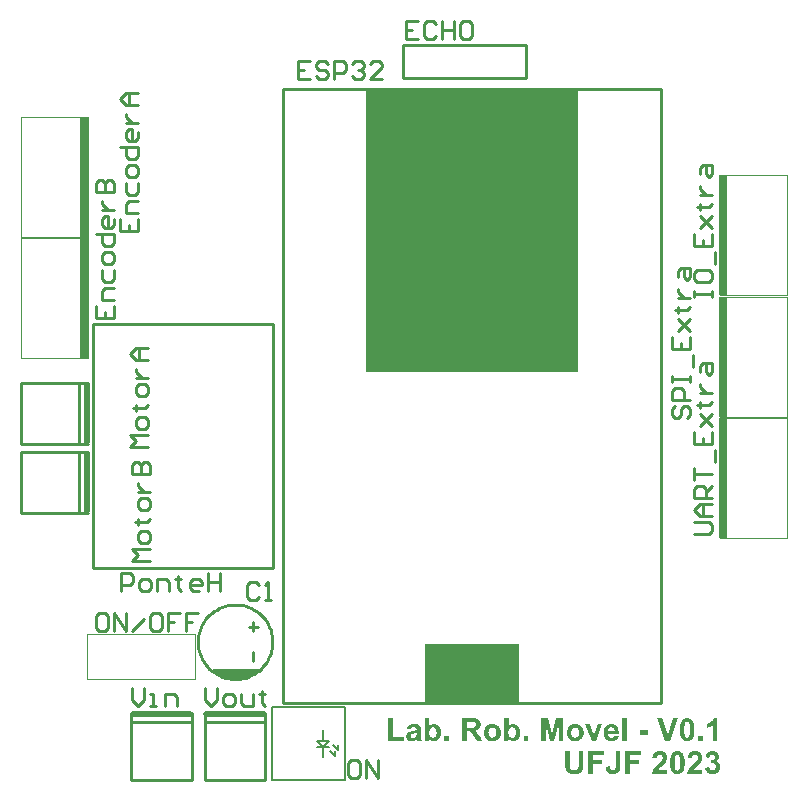
<source format=gto>
G04*
G04 #@! TF.GenerationSoftware,Altium Limited,Altium Designer,18.1.1 (9)*
G04*
G04 Layer_Color=65535*
%FSLAX44Y44*%
%MOMM*%
G71*
G01*
G75*
%ADD10C,0.2540*%
%ADD11C,0.1000*%
%ADD12C,0.2000*%
%ADD13C,0.5000*%
%ADD14R,8.0000X5.0000*%
%ADD15R,18.0000X24.0000*%
%ADD16R,0.6350X10.1600*%
G36*
X508874Y13379D02*
Y13349D01*
Y13261D01*
Y13144D01*
Y12998D01*
Y12793D01*
X508845Y12559D01*
X508816Y12032D01*
X508757Y11416D01*
X508699Y10802D01*
X508582Y10216D01*
X508435Y9689D01*
Y9659D01*
X508406Y9630D01*
X508377Y9542D01*
X508318Y9425D01*
X508172Y9103D01*
X507966Y8722D01*
X507703Y8312D01*
X507322Y7844D01*
X506912Y7404D01*
X506385Y6994D01*
X506356D01*
X506326Y6965D01*
X506239Y6906D01*
X506121Y6848D01*
X505975Y6760D01*
X505799Y6672D01*
X505594Y6584D01*
X505360Y6496D01*
X504804Y6321D01*
X504130Y6145D01*
X503368Y6028D01*
X502490Y5999D01*
X502226D01*
X502021Y6028D01*
X501787Y6057D01*
X501524Y6086D01*
X501201Y6145D01*
X500879Y6204D01*
X500176Y6379D01*
X499444Y6672D01*
X499093Y6848D01*
X498741Y7053D01*
X498390Y7316D01*
X498097Y7580D01*
X498068Y7609D01*
X498038Y7668D01*
X497951Y7756D01*
X497863Y7873D01*
X497746Y8049D01*
X497628Y8254D01*
X497482Y8488D01*
X497336Y8752D01*
X497189Y9074D01*
X497043Y9425D01*
X496926Y9806D01*
X496808Y10216D01*
X496721Y10684D01*
X496633Y11182D01*
X496603Y11709D01*
X496574Y12266D01*
X500264Y12676D01*
Y12646D01*
Y12617D01*
Y12529D01*
X500294Y12412D01*
Y12119D01*
X500352Y11768D01*
X500411Y11358D01*
X500499Y10977D01*
X500586Y10626D01*
X500733Y10333D01*
X500762Y10304D01*
X500850Y10187D01*
X500996Y10011D01*
X501201Y9835D01*
X501465Y9630D01*
X501787Y9484D01*
X502168Y9366D01*
X502607Y9308D01*
X502812D01*
X503046Y9337D01*
X503310Y9396D01*
X503632Y9484D01*
X503925Y9630D01*
X504189Y9806D01*
X504423Y10040D01*
X504452Y10069D01*
X504511Y10187D01*
X504599Y10391D01*
X504716Y10714D01*
X504745Y10889D01*
X504804Y11124D01*
X504862Y11358D01*
X504891Y11651D01*
X504921Y11973D01*
X504950Y12324D01*
X504979Y12705D01*
Y13115D01*
Y25591D01*
X508874D01*
Y13379D01*
D02*
G37*
G36*
X477567Y15458D02*
Y15429D01*
Y15312D01*
Y15136D01*
Y14902D01*
Y14609D01*
X477538Y14287D01*
Y13935D01*
Y13554D01*
X477480Y12734D01*
X477421Y11944D01*
X477392Y11563D01*
X477362Y11182D01*
X477304Y10860D01*
X477245Y10567D01*
Y10538D01*
Y10509D01*
X477187Y10333D01*
X477099Y10069D01*
X476982Y9718D01*
X476806Y9337D01*
X476630Y8927D01*
X476367Y8517D01*
X476074Y8137D01*
X476045Y8107D01*
X475927Y7961D01*
X475722Y7785D01*
X475488Y7580D01*
X475137Y7316D01*
X474756Y7053D01*
X474317Y6789D01*
X473819Y6555D01*
X473789D01*
X473760Y6526D01*
X473672Y6496D01*
X473555Y6467D01*
X473438Y6438D01*
X473262Y6379D01*
X472823Y6291D01*
X472296Y6174D01*
X471681Y6086D01*
X470949Y6028D01*
X470129Y5999D01*
X469689D01*
X469455Y6028D01*
X469192D01*
X468577Y6086D01*
X467903Y6145D01*
X467229Y6262D01*
X466556Y6409D01*
X466263Y6496D01*
X465970Y6614D01*
X465941D01*
X465911Y6643D01*
X465736Y6731D01*
X465472Y6877D01*
X465150Y7053D01*
X464799Y7316D01*
X464418Y7580D01*
X464067Y7932D01*
X463715Y8283D01*
X463686Y8342D01*
X463598Y8459D01*
X463451Y8664D01*
X463276Y8927D01*
X463100Y9249D01*
X462924Y9630D01*
X462749Y10011D01*
X462631Y10421D01*
Y10450D01*
Y10509D01*
X462602Y10596D01*
X462573Y10743D01*
X462544Y10889D01*
X462514Y11124D01*
X462485Y11358D01*
X462456Y11651D01*
X462426Y11973D01*
X462397Y12324D01*
X462368Y12734D01*
X462339Y13174D01*
X462309Y13642D01*
Y14169D01*
X462280Y14726D01*
Y15312D01*
Y25591D01*
X466175D01*
Y15136D01*
Y15107D01*
Y15019D01*
Y14902D01*
Y14726D01*
Y14550D01*
Y14316D01*
X466204Y13789D01*
Y13261D01*
X466234Y12734D01*
X466263Y12266D01*
Y12061D01*
X466292Y11914D01*
Y11856D01*
X466351Y11709D01*
X466439Y11504D01*
X466526Y11241D01*
X466702Y10919D01*
X466907Y10596D01*
X467141Y10304D01*
X467464Y10011D01*
X467522Y9981D01*
X467639Y9894D01*
X467844Y9776D01*
X468137Y9659D01*
X468489Y9542D01*
X468928Y9425D01*
X469455Y9337D01*
X470012Y9308D01*
X470275D01*
X470568Y9337D01*
X470949Y9396D01*
X471329Y9484D01*
X471739Y9601D01*
X472120Y9747D01*
X472472Y9981D01*
X472501Y10011D01*
X472618Y10099D01*
X472765Y10245D01*
X472911Y10450D01*
X473087Y10684D01*
X473262Y10948D01*
X473409Y11270D01*
X473497Y11622D01*
Y11680D01*
X473526Y11826D01*
X473555Y12061D01*
X473585Y12412D01*
X473614Y12852D01*
X473643Y13437D01*
Y13759D01*
X473672Y14111D01*
Y14492D01*
Y14902D01*
Y25591D01*
X477567D01*
Y15458D01*
D02*
G37*
G36*
X587361Y25620D02*
X587596Y25591D01*
X587859Y25562D01*
X588181Y25503D01*
X588503Y25445D01*
X589177Y25210D01*
X589558Y25093D01*
X589909Y24918D01*
X590261Y24712D01*
X590641Y24478D01*
X590964Y24215D01*
X591286Y23892D01*
X591315Y23863D01*
X591344Y23834D01*
X591403Y23746D01*
X591491Y23658D01*
X591725Y23365D01*
X591989Y22955D01*
X592223Y22487D01*
X592457Y21960D01*
X592604Y21344D01*
X592662Y21022D01*
Y20700D01*
Y20671D01*
Y20583D01*
X592633Y20466D01*
Y20290D01*
X592574Y20056D01*
X592516Y19822D01*
X592428Y19558D01*
X592311Y19265D01*
X592164Y18943D01*
X591989Y18621D01*
X591754Y18269D01*
X591491Y17947D01*
X591169Y17596D01*
X590788Y17274D01*
X590378Y16952D01*
X589880Y16659D01*
X589909D01*
X589968Y16630D01*
X590026D01*
X590144Y16600D01*
X590466Y16483D01*
X590817Y16337D01*
X591256Y16132D01*
X591696Y15839D01*
X592106Y15487D01*
X592516Y15077D01*
X592545Y15019D01*
X592662Y14872D01*
X592838Y14609D01*
X593014Y14257D01*
X593189Y13818D01*
X593365Y13291D01*
X593482Y12734D01*
X593512Y12090D01*
Y12061D01*
Y11973D01*
Y11856D01*
X593482Y11680D01*
X593453Y11446D01*
X593424Y11212D01*
X593365Y10919D01*
X593277Y10596D01*
X593043Y9923D01*
X592896Y9571D01*
X592721Y9220D01*
X592516Y8839D01*
X592252Y8488D01*
X591959Y8137D01*
X591637Y7785D01*
X591608Y7756D01*
X591549Y7697D01*
X591461Y7609D01*
X591315Y7521D01*
X591139Y7375D01*
X590905Y7229D01*
X590671Y7053D01*
X590378Y6906D01*
X590056Y6731D01*
X589704Y6555D01*
X589324Y6409D01*
X588913Y6291D01*
X588474Y6174D01*
X588035Y6086D01*
X587537Y6028D01*
X587039Y5999D01*
X586776D01*
X586600Y6028D01*
X586366Y6057D01*
X586102Y6086D01*
X585809Y6116D01*
X585516Y6174D01*
X584813Y6350D01*
X584081Y6643D01*
X583730Y6789D01*
X583349Y6994D01*
X582998Y7229D01*
X582676Y7492D01*
X582646Y7521D01*
X582617Y7551D01*
X582529Y7639D01*
X582412Y7756D01*
X582266Y7902D01*
X582119Y8107D01*
X581973Y8312D01*
X581797Y8547D01*
X581446Y9103D01*
X581123Y9776D01*
X580860Y10538D01*
X580772Y10977D01*
X580713Y11416D01*
X584286Y11856D01*
Y11826D01*
Y11797D01*
X584316Y11622D01*
X584374Y11387D01*
X584462Y11065D01*
X584579Y10743D01*
X584726Y10391D01*
X584931Y10040D01*
X585194Y9747D01*
X585224Y9718D01*
X585341Y9630D01*
X585487Y9513D01*
X585721Y9396D01*
X585985Y9279D01*
X586278Y9161D01*
X586629Y9074D01*
X587010Y9044D01*
X587215D01*
X587420Y9103D01*
X587683Y9161D01*
X587976Y9249D01*
X588298Y9396D01*
X588621Y9601D01*
X588943Y9894D01*
X588972Y9923D01*
X589060Y10069D01*
X589206Y10245D01*
X589353Y10509D01*
X589470Y10860D01*
X589616Y11270D01*
X589704Y11739D01*
X589734Y12266D01*
Y12295D01*
Y12324D01*
Y12500D01*
X589704Y12764D01*
X589646Y13086D01*
X589558Y13437D01*
X589411Y13789D01*
X589236Y14169D01*
X588972Y14492D01*
X588943Y14521D01*
X588826Y14609D01*
X588679Y14755D01*
X588445Y14902D01*
X588181Y15048D01*
X587859Y15194D01*
X587508Y15282D01*
X587127Y15312D01*
X586864D01*
X586659Y15282D01*
X586424Y15253D01*
X586131Y15194D01*
X585809Y15107D01*
X585458Y15019D01*
X585868Y18006D01*
X586102D01*
X586395Y18035D01*
X586717Y18065D01*
X587068Y18123D01*
X587449Y18240D01*
X587830Y18416D01*
X588152Y18621D01*
X588181Y18650D01*
X588269Y18738D01*
X588416Y18914D01*
X588562Y19119D01*
X588708Y19382D01*
X588855Y19705D01*
X588943Y20056D01*
X588972Y20466D01*
Y20495D01*
Y20642D01*
X588943Y20817D01*
X588913Y21022D01*
X588826Y21257D01*
X588738Y21520D01*
X588591Y21784D01*
X588386Y22018D01*
X588357Y22047D01*
X588269Y22106D01*
X588152Y22194D01*
X587976Y22311D01*
X587742Y22428D01*
X587478Y22516D01*
X587156Y22575D01*
X586805Y22604D01*
X586659D01*
X586483Y22575D01*
X586249Y22516D01*
X585985Y22428D01*
X585721Y22311D01*
X585429Y22164D01*
X585165Y21930D01*
X585136Y21901D01*
X585048Y21813D01*
X584960Y21667D01*
X584813Y21462D01*
X584667Y21169D01*
X584550Y20847D01*
X584433Y20466D01*
X584374Y20027D01*
X580977Y20583D01*
Y20612D01*
X581006Y20671D01*
Y20759D01*
X581035Y20876D01*
X581123Y21198D01*
X581241Y21608D01*
X581387Y22047D01*
X581563Y22516D01*
X581797Y22985D01*
X582031Y23395D01*
X582061Y23453D01*
X582178Y23570D01*
X582324Y23746D01*
X582558Y24010D01*
X582851Y24273D01*
X583173Y24537D01*
X583583Y24800D01*
X584023Y25035D01*
X584052D01*
X584081Y25064D01*
X584257Y25122D01*
X584521Y25240D01*
X584872Y25357D01*
X585311Y25445D01*
X585780Y25562D01*
X586336Y25620D01*
X586922Y25650D01*
X587186D01*
X587361Y25620D01*
D02*
G37*
G36*
X572718D02*
X572952Y25591D01*
X573245Y25562D01*
X573538Y25533D01*
X573890Y25445D01*
X574593Y25269D01*
X575354Y25005D01*
X575705Y24830D01*
X576086Y24625D01*
X576408Y24361D01*
X576730Y24097D01*
X576760Y24068D01*
X576789Y24039D01*
X576877Y23951D01*
X576994Y23834D01*
X577111Y23687D01*
X577258Y23482D01*
X577551Y23043D01*
X577843Y22487D01*
X578107Y21842D01*
X578312Y21110D01*
X578341Y20700D01*
X578371Y20290D01*
Y20232D01*
Y20085D01*
X578341Y19822D01*
X578312Y19499D01*
X578253Y19119D01*
X578166Y18709D01*
X578048Y18240D01*
X577902Y17801D01*
X577873Y17742D01*
X577814Y17596D01*
X577697Y17362D01*
X577551Y17069D01*
X577346Y16688D01*
X577082Y16278D01*
X576760Y15839D01*
X576408Y15370D01*
X576379Y15341D01*
X576291Y15224D01*
X576115Y15019D01*
X575852Y14755D01*
X575530Y14404D01*
X575090Y13964D01*
X574593Y13467D01*
X573978Y12910D01*
X573948Y12881D01*
X573890Y12852D01*
X573802Y12764D01*
X573714Y12646D01*
X573421Y12383D01*
X573070Y12032D01*
X572689Y11680D01*
X572337Y11329D01*
X572015Y11006D01*
X571898Y10889D01*
X571781Y10772D01*
X571752Y10743D01*
X571693Y10684D01*
X571605Y10596D01*
X571517Y10450D01*
X571254Y10157D01*
X571020Y9776D01*
X578371D01*
Y6350D01*
X565455D01*
Y6379D01*
Y6438D01*
X565485Y6555D01*
X565514Y6672D01*
X565543Y6848D01*
X565572Y7053D01*
X565690Y7521D01*
X565836Y8107D01*
X566070Y8722D01*
X566334Y9366D01*
X566685Y10011D01*
Y10040D01*
X566744Y10099D01*
X566802Y10187D01*
X566890Y10333D01*
X567037Y10509D01*
X567183Y10714D01*
X567388Y10977D01*
X567593Y11241D01*
X567857Y11563D01*
X568179Y11914D01*
X568501Y12295D01*
X568882Y12705D01*
X569321Y13144D01*
X569760Y13613D01*
X570288Y14111D01*
X570844Y14638D01*
X570873Y14667D01*
X570961Y14726D01*
X571078Y14872D01*
X571254Y15019D01*
X571430Y15194D01*
X571664Y15429D01*
X572162Y15897D01*
X572689Y16424D01*
X573187Y16952D01*
X573421Y17186D01*
X573626Y17391D01*
X573802Y17596D01*
X573919Y17772D01*
X573948Y17830D01*
X574036Y17977D01*
X574153Y18182D01*
X574300Y18475D01*
X574446Y18826D01*
X574563Y19207D01*
X574651Y19617D01*
X574680Y20027D01*
Y20085D01*
Y20232D01*
X574651Y20466D01*
X574593Y20729D01*
X574505Y21022D01*
X574388Y21344D01*
X574241Y21667D01*
X574007Y21930D01*
X573978Y21960D01*
X573890Y22047D01*
X573743Y22135D01*
X573538Y22282D01*
X573275Y22399D01*
X572952Y22487D01*
X572572Y22575D01*
X572162Y22604D01*
X571986D01*
X571752Y22575D01*
X571517Y22516D01*
X571225Y22428D01*
X570902Y22311D01*
X570610Y22135D01*
X570317Y21901D01*
X570288Y21872D01*
X570200Y21755D01*
X570112Y21608D01*
X569965Y21344D01*
X569848Y21022D01*
X569702Y20642D01*
X569614Y20144D01*
X569555Y19587D01*
X565895Y19939D01*
Y19968D01*
X565924Y20085D01*
Y20232D01*
X565982Y20437D01*
X566012Y20700D01*
X566100Y20964D01*
X566158Y21286D01*
X566275Y21637D01*
X566539Y22340D01*
X566890Y23072D01*
X567125Y23424D01*
X567359Y23746D01*
X567652Y24039D01*
X567945Y24302D01*
X567974Y24332D01*
X568032Y24361D01*
X568120Y24420D01*
X568267Y24507D01*
X568413Y24625D01*
X568618Y24742D01*
X568853Y24859D01*
X569145Y24976D01*
X569438Y25093D01*
X569760Y25210D01*
X570493Y25445D01*
X571312Y25591D01*
X571781Y25650D01*
X572513D01*
X572718Y25620D01*
D02*
G37*
G36*
X542846D02*
X543081Y25591D01*
X543373Y25562D01*
X543666Y25533D01*
X544018Y25445D01*
X544721Y25269D01*
X545482Y25005D01*
X545834Y24830D01*
X546214Y24625D01*
X546536Y24361D01*
X546858Y24097D01*
X546888Y24068D01*
X546917Y24039D01*
X547005Y23951D01*
X547122Y23834D01*
X547239Y23687D01*
X547386Y23482D01*
X547679Y23043D01*
X547971Y22487D01*
X548235Y21842D01*
X548440Y21110D01*
X548469Y20700D01*
X548499Y20290D01*
Y20232D01*
Y20085D01*
X548469Y19822D01*
X548440Y19499D01*
X548381Y19119D01*
X548294Y18709D01*
X548176Y18240D01*
X548030Y17801D01*
X548001Y17742D01*
X547942Y17596D01*
X547825Y17362D01*
X547679Y17069D01*
X547474Y16688D01*
X547210Y16278D01*
X546888Y15839D01*
X546536Y15370D01*
X546507Y15341D01*
X546419Y15224D01*
X546244Y15019D01*
X545980Y14755D01*
X545658Y14404D01*
X545219Y13964D01*
X544721Y13467D01*
X544106Y12910D01*
X544076Y12881D01*
X544018Y12852D01*
X543930Y12764D01*
X543842Y12646D01*
X543549Y12383D01*
X543198Y12032D01*
X542817Y11680D01*
X542466Y11329D01*
X542144Y11006D01*
X542026Y10889D01*
X541909Y10772D01*
X541880Y10743D01*
X541821Y10684D01*
X541734Y10596D01*
X541646Y10450D01*
X541382Y10157D01*
X541148Y9776D01*
X548499D01*
Y6350D01*
X535583D01*
Y6379D01*
Y6438D01*
X535613Y6555D01*
X535642Y6672D01*
X535671Y6848D01*
X535700Y7053D01*
X535818Y7521D01*
X535964Y8107D01*
X536198Y8722D01*
X536462Y9366D01*
X536813Y10011D01*
Y10040D01*
X536872Y10099D01*
X536931Y10187D01*
X537018Y10333D01*
X537165Y10509D01*
X537311Y10714D01*
X537516Y10977D01*
X537721Y11241D01*
X537985Y11563D01*
X538307Y11914D01*
X538629Y12295D01*
X539010Y12705D01*
X539449Y13144D01*
X539888Y13613D01*
X540416Y14111D01*
X540972Y14638D01*
X541001Y14667D01*
X541089Y14726D01*
X541206Y14872D01*
X541382Y15019D01*
X541558Y15194D01*
X541792Y15429D01*
X542290Y15897D01*
X542817Y16424D01*
X543315Y16952D01*
X543549Y17186D01*
X543754Y17391D01*
X543930Y17596D01*
X544047Y17772D01*
X544076Y17830D01*
X544164Y17977D01*
X544281Y18182D01*
X544428Y18475D01*
X544574Y18826D01*
X544691Y19207D01*
X544779Y19617D01*
X544809Y20027D01*
Y20085D01*
Y20232D01*
X544779Y20466D01*
X544721Y20729D01*
X544633Y21022D01*
X544516Y21344D01*
X544369Y21667D01*
X544135Y21930D01*
X544106Y21960D01*
X544018Y22047D01*
X543871Y22135D01*
X543666Y22282D01*
X543403Y22399D01*
X543081Y22487D01*
X542700Y22575D01*
X542290Y22604D01*
X542114D01*
X541880Y22575D01*
X541646Y22516D01*
X541353Y22428D01*
X541031Y22311D01*
X540738Y22135D01*
X540445Y21901D01*
X540416Y21872D01*
X540328Y21755D01*
X540240Y21608D01*
X540093Y21344D01*
X539976Y21022D01*
X539830Y20642D01*
X539742Y20144D01*
X539683Y19587D01*
X536023Y19939D01*
Y19968D01*
X536052Y20085D01*
Y20232D01*
X536110Y20437D01*
X536140Y20700D01*
X536228Y20964D01*
X536286Y21286D01*
X536403Y21637D01*
X536667Y22340D01*
X537018Y23072D01*
X537253Y23424D01*
X537487Y23746D01*
X537780Y24039D01*
X538073Y24302D01*
X538102Y24332D01*
X538161Y24361D01*
X538248Y24420D01*
X538395Y24507D01*
X538541Y24625D01*
X538746Y24742D01*
X538981Y24859D01*
X539273Y24976D01*
X539566Y25093D01*
X539888Y25210D01*
X540621Y25445D01*
X541441Y25591D01*
X541909Y25650D01*
X542641D01*
X542846Y25620D01*
D02*
G37*
G36*
X526183Y22340D02*
X516899D01*
Y17772D01*
X524923D01*
Y14521D01*
X516899D01*
Y6350D01*
X513004D01*
Y25591D01*
X526183D01*
Y22340D01*
D02*
G37*
G36*
X494846D02*
X485563D01*
Y17772D01*
X493587D01*
Y14521D01*
X485563D01*
Y6350D01*
X481668D01*
Y25591D01*
X494846D01*
Y22340D01*
D02*
G37*
G36*
X557694Y25620D02*
X557929Y25591D01*
X558192Y25533D01*
X558485Y25474D01*
X558807Y25386D01*
X559159Y25298D01*
X559510Y25152D01*
X559891Y25005D01*
X560242Y24800D01*
X560594Y24566D01*
X560945Y24302D01*
X561267Y23980D01*
X561590Y23629D01*
X561619Y23600D01*
X561677Y23512D01*
X561765Y23365D01*
X561882Y23190D01*
X562029Y22926D01*
X562175Y22604D01*
X562351Y22223D01*
X562527Y21784D01*
X562702Y21257D01*
X562878Y20700D01*
X563024Y20056D01*
X563171Y19353D01*
X563288Y18562D01*
X563376Y17713D01*
X563434Y16805D01*
X563464Y15809D01*
Y15780D01*
Y15751D01*
Y15575D01*
Y15282D01*
X563434Y14931D01*
X563405Y14462D01*
X563376Y13964D01*
X563317Y13379D01*
X563229Y12764D01*
X562995Y11475D01*
X562849Y10831D01*
X562673Y10187D01*
X562439Y9571D01*
X562175Y8986D01*
X561882Y8429D01*
X561560Y7961D01*
X561531Y7932D01*
X561502Y7873D01*
X561414Y7785D01*
X561267Y7668D01*
X561121Y7492D01*
X560916Y7346D01*
X560711Y7170D01*
X560447Y6994D01*
X560154Y6789D01*
X559832Y6614D01*
X559452Y6467D01*
X559071Y6321D01*
X558661Y6174D01*
X558222Y6086D01*
X557724Y6028D01*
X557226Y5999D01*
X557109D01*
X556962Y6028D01*
X556757D01*
X556523Y6057D01*
X556259Y6116D01*
X555937Y6174D01*
X555615Y6262D01*
X555264Y6379D01*
X554883Y6526D01*
X554502Y6701D01*
X554122Y6906D01*
X553741Y7141D01*
X553389Y7434D01*
X553009Y7756D01*
X552687Y8137D01*
X552657Y8166D01*
X552628Y8254D01*
X552540Y8371D01*
X552423Y8576D01*
X552306Y8810D01*
X552159Y9103D01*
X551984Y9484D01*
X551837Y9923D01*
X551691Y10421D01*
X551515Y10977D01*
X551369Y11592D01*
X551251Y12295D01*
X551134Y13086D01*
X551076Y13906D01*
X551017Y14843D01*
X550988Y15839D01*
Y15868D01*
Y15897D01*
Y16073D01*
Y16366D01*
X551017Y16717D01*
X551046Y17186D01*
X551076Y17684D01*
X551134Y18240D01*
X551222Y18855D01*
X551456Y20144D01*
X551603Y20788D01*
X551779Y21432D01*
X551984Y22047D01*
X552247Y22633D01*
X552540Y23190D01*
X552862Y23658D01*
X552892Y23687D01*
X552921Y23746D01*
X553038Y23834D01*
X553155Y23980D01*
X553302Y24127D01*
X553507Y24302D01*
X553741Y24478D01*
X554004Y24654D01*
X554297Y24830D01*
X554619Y25035D01*
X554971Y25181D01*
X555351Y25327D01*
X555791Y25474D01*
X556230Y25562D01*
X556728Y25620D01*
X557226Y25650D01*
X557489D01*
X557694Y25620D01*
D02*
G37*
G36*
X460638Y34290D02*
X457035D01*
X457006Y49431D01*
X453199Y34290D01*
X449479D01*
X445672Y49431D01*
Y34290D01*
X442070D01*
Y53531D01*
X447869D01*
X451354Y40381D01*
X454780Y53531D01*
X460638D01*
Y34290D01*
D02*
G37*
G36*
X532477Y39415D02*
X525243D01*
Y43105D01*
X532477D01*
Y39415D01*
D02*
G37*
G36*
X551220Y34290D02*
X547032D01*
X540149Y53531D01*
X544337D01*
X549228Y39298D01*
X553914Y53531D01*
X558073D01*
X551220Y34290D01*
D02*
G37*
G36*
X488020D02*
X484711D01*
X479088Y48230D01*
X482953D01*
X485589Y41114D01*
X486351Y38712D01*
Y38742D01*
X486409Y38859D01*
X486439Y39005D01*
X486497Y39210D01*
X486644Y39591D01*
X486702Y39766D01*
X486731Y39913D01*
Y39942D01*
X486761Y40001D01*
X486790Y40118D01*
X486849Y40294D01*
X486966Y40674D01*
X487112Y41114D01*
X489777Y48230D01*
X493555D01*
X488020Y34290D01*
D02*
G37*
G36*
X591078D02*
X587388D01*
Y48172D01*
X587359Y48142D01*
X587300Y48084D01*
X587183Y47996D01*
X587037Y47849D01*
X586832Y47703D01*
X586597Y47527D01*
X586334Y47322D01*
X586012Y47117D01*
X585690Y46883D01*
X585309Y46649D01*
X584518Y46210D01*
X583610Y45770D01*
X582615Y45389D01*
Y48728D01*
X582644D01*
X582673Y48757D01*
X582761Y48787D01*
X582878Y48816D01*
X583171Y48933D01*
X583552Y49138D01*
X584020Y49372D01*
X584547Y49694D01*
X585133Y50046D01*
X585748Y50515D01*
X585777Y50544D01*
X585836Y50573D01*
X585924Y50661D01*
X586012Y50749D01*
X586305Y51012D01*
X586685Y51393D01*
X587066Y51832D01*
X587447Y52360D01*
X587798Y52945D01*
X588062Y53590D01*
X591078D01*
Y34290D01*
D02*
G37*
G36*
X578602D02*
X574912D01*
Y37980D01*
X578602D01*
Y34290D01*
D02*
G37*
G36*
X514436D02*
X510746D01*
Y53531D01*
X514436D01*
Y34290D01*
D02*
G37*
G36*
X430824D02*
X427134D01*
Y37980D01*
X430824D01*
Y34290D01*
D02*
G37*
G36*
X383878Y53502D02*
X384493D01*
X384815Y53472D01*
X385548Y53414D01*
X386280Y53297D01*
X386983Y53180D01*
X387305Y53092D01*
X387568Y53004D01*
X387598D01*
X387627Y52975D01*
X387803Y52916D01*
X388066Y52770D01*
X388388Y52565D01*
X388740Y52301D01*
X389121Y51979D01*
X389472Y51598D01*
X389823Y51130D01*
X389853Y51071D01*
X389970Y50895D01*
X390087Y50632D01*
X390263Y50251D01*
X390409Y49812D01*
X390556Y49314D01*
X390643Y48728D01*
X390673Y48113D01*
Y48084D01*
Y48025D01*
Y47908D01*
X390643Y47762D01*
Y47557D01*
X390614Y47352D01*
X390526Y46854D01*
X390351Y46297D01*
X390116Y45682D01*
X389823Y45097D01*
X389618Y44804D01*
X389384Y44540D01*
Y44511D01*
X389326Y44482D01*
X389238Y44423D01*
X389150Y44306D01*
X389003Y44218D01*
X388857Y44072D01*
X388652Y43925D01*
X388447Y43779D01*
X388183Y43632D01*
X387920Y43486D01*
X387598Y43339D01*
X387246Y43193D01*
X386895Y43047D01*
X386485Y42929D01*
X386075Y42842D01*
X385606Y42754D01*
X385635D01*
X385665Y42724D01*
X385811Y42637D01*
X386045Y42490D01*
X386338Y42285D01*
X386660Y42051D01*
X387012Y41758D01*
X387363Y41465D01*
X387686Y41143D01*
X387715Y41114D01*
X387832Y40967D01*
X388008Y40762D01*
X388271Y40440D01*
X388593Y40001D01*
X388945Y39474D01*
X389179Y39151D01*
X389384Y38800D01*
X389618Y38449D01*
X389882Y38039D01*
X392225Y34290D01*
X387568D01*
X384815Y38449D01*
X384786Y38478D01*
X384757Y38537D01*
X384669Y38654D01*
X384581Y38800D01*
X384464Y39005D01*
X384318Y39181D01*
X383996Y39649D01*
X383673Y40147D01*
X383322Y40587D01*
X383000Y40996D01*
X382883Y41172D01*
X382766Y41289D01*
X382736Y41319D01*
X382678Y41377D01*
X382560Y41494D01*
X382414Y41611D01*
X382033Y41875D01*
X381828Y41992D01*
X381594Y42080D01*
X381565D01*
X381477Y42109D01*
X381330Y42168D01*
X381125Y42197D01*
X380862Y42256D01*
X380540Y42285D01*
X380130Y42314D01*
X378900D01*
Y34290D01*
X375005D01*
Y53531D01*
X383615D01*
X383878Y53502D01*
D02*
G37*
G36*
X363700Y34290D02*
X360010D01*
Y37980D01*
X363700D01*
Y34290D01*
D02*
G37*
G36*
X334736Y48494D02*
X334970D01*
X335527Y48464D01*
X336113Y48377D01*
X336727Y48289D01*
X337313Y48142D01*
X337577Y48054D01*
X337811Y47937D01*
X337870Y47908D01*
X338016Y47820D01*
X338221Y47703D01*
X338485Y47527D01*
X338748Y47322D01*
X339041Y47059D01*
X339305Y46766D01*
X339510Y46444D01*
X339539Y46414D01*
X339598Y46268D01*
X339656Y46034D01*
X339773Y45682D01*
X339803Y45477D01*
X339861Y45243D01*
X339891Y44980D01*
X339920Y44657D01*
X339949Y44335D01*
X339978Y43954D01*
X340008Y43574D01*
Y43134D01*
X339949Y38859D01*
Y38829D01*
Y38771D01*
Y38683D01*
Y38566D01*
Y38244D01*
X339978Y37834D01*
Y37394D01*
X340037Y36926D01*
X340066Y36516D01*
X340125Y36135D01*
Y36106D01*
X340154Y35989D01*
X340213Y35813D01*
X340271Y35579D01*
X340359Y35315D01*
X340476Y34993D01*
X340623Y34671D01*
X340798Y34290D01*
X337167D01*
Y34319D01*
X337138Y34349D01*
X337108Y34436D01*
X337079Y34554D01*
X337020Y34700D01*
X336932Y34876D01*
X336874Y35110D01*
X336786Y35344D01*
Y35374D01*
Y35403D01*
X336727Y35520D01*
X336698Y35666D01*
X336669Y35784D01*
X336640Y35754D01*
X336493Y35637D01*
X336317Y35461D01*
X336054Y35256D01*
X335761Y35022D01*
X335410Y34788D01*
X335058Y34583D01*
X334648Y34378D01*
X334590Y34349D01*
X334473Y34319D01*
X334238Y34231D01*
X333945Y34173D01*
X333623Y34085D01*
X333242Y33997D01*
X332803Y33968D01*
X332364Y33939D01*
X332159D01*
X332012Y33968D01*
X331837D01*
X331603Y33997D01*
X331134Y34085D01*
X330577Y34231D01*
X330021Y34407D01*
X329465Y34700D01*
X328967Y35081D01*
X328908Y35139D01*
X328762Y35286D01*
X328586Y35549D01*
X328352Y35901D01*
X328117Y36340D01*
X327942Y36838D01*
X327795Y37424D01*
X327737Y38068D01*
Y38126D01*
Y38273D01*
X327766Y38478D01*
X327795Y38771D01*
X327883Y39093D01*
X327971Y39444D01*
X328117Y39796D01*
X328293Y40147D01*
X328322Y40177D01*
X328410Y40294D01*
X328527Y40469D01*
X328703Y40674D01*
X328908Y40909D01*
X329172Y41143D01*
X329494Y41377D01*
X329845Y41582D01*
X329904Y41611D01*
X330050Y41670D01*
X330285Y41758D01*
X330607Y41875D01*
X331017Y42022D01*
X331515Y42168D01*
X332100Y42314D01*
X332774Y42461D01*
X332803D01*
X332891Y42490D01*
X333008Y42519D01*
X333184Y42549D01*
X333418Y42578D01*
X333652Y42637D01*
X334209Y42754D01*
X334795Y42900D01*
X335380Y43047D01*
X335937Y43193D01*
X336171Y43281D01*
X336376Y43369D01*
Y43720D01*
Y43779D01*
Y43896D01*
X336347Y44072D01*
X336317Y44306D01*
X336259Y44570D01*
X336142Y44804D01*
X336025Y45038D01*
X335849Y45243D01*
X335820Y45272D01*
X335732Y45331D01*
X335615Y45389D01*
X335410Y45477D01*
X335146Y45565D01*
X334795Y45653D01*
X334355Y45682D01*
X333857Y45712D01*
X333682D01*
X333506Y45682D01*
X333301Y45653D01*
X332774Y45536D01*
X332540Y45448D01*
X332305Y45302D01*
X332276Y45272D01*
X332217Y45214D01*
X332100Y45126D01*
X331983Y44980D01*
X331837Y44804D01*
X331690Y44570D01*
X331544Y44277D01*
X331427Y43954D01*
X328117Y44570D01*
Y44599D01*
X328147Y44657D01*
X328176Y44774D01*
X328234Y44892D01*
X328381Y45243D01*
X328557Y45682D01*
X328820Y46180D01*
X329172Y46649D01*
X329582Y47117D01*
X330050Y47527D01*
X330080D01*
X330109Y47557D01*
X330197Y47615D01*
X330314Y47674D01*
X330460Y47762D01*
X330636Y47849D01*
X330841Y47937D01*
X331075Y48025D01*
X331339Y48113D01*
X331661Y48201D01*
X331983Y48289D01*
X332364Y48377D01*
X332745Y48435D01*
X333184Y48494D01*
X333623Y48523D01*
X334531D01*
X334736Y48494D01*
D02*
G37*
G36*
X316315Y37541D02*
X325950D01*
Y34290D01*
X312420D01*
Y53355D01*
X316315D01*
Y37541D01*
D02*
G37*
G36*
X565921Y53560D02*
X566156Y53531D01*
X566419Y53472D01*
X566712Y53414D01*
X567034Y53326D01*
X567386Y53238D01*
X567737Y53092D01*
X568118Y52945D01*
X568469Y52740D01*
X568821Y52506D01*
X569172Y52242D01*
X569494Y51920D01*
X569816Y51569D01*
X569846Y51540D01*
X569904Y51452D01*
X569992Y51305D01*
X570109Y51130D01*
X570256Y50866D01*
X570402Y50544D01*
X570578Y50163D01*
X570754Y49724D01*
X570929Y49197D01*
X571105Y48640D01*
X571251Y47996D01*
X571398Y47293D01*
X571515Y46502D01*
X571603Y45653D01*
X571661Y44745D01*
X571691Y43749D01*
Y43720D01*
Y43691D01*
Y43515D01*
Y43222D01*
X571661Y42871D01*
X571632Y42402D01*
X571603Y41904D01*
X571544Y41319D01*
X571456Y40704D01*
X571222Y39415D01*
X571076Y38771D01*
X570900Y38126D01*
X570666Y37511D01*
X570402Y36926D01*
X570109Y36369D01*
X569787Y35901D01*
X569758Y35872D01*
X569729Y35813D01*
X569641Y35725D01*
X569494Y35608D01*
X569348Y35432D01*
X569143Y35286D01*
X568938Y35110D01*
X568674Y34934D01*
X568381Y34729D01*
X568059Y34554D01*
X567678Y34407D01*
X567298Y34261D01*
X566888Y34114D01*
X566449Y34026D01*
X565951Y33968D01*
X565453Y33939D01*
X565336D01*
X565189Y33968D01*
X564984D01*
X564750Y33997D01*
X564486Y34056D01*
X564164Y34114D01*
X563842Y34202D01*
X563491Y34319D01*
X563110Y34466D01*
X562729Y34641D01*
X562348Y34846D01*
X561968Y35081D01*
X561616Y35374D01*
X561236Y35696D01*
X560913Y36077D01*
X560884Y36106D01*
X560855Y36194D01*
X560767Y36311D01*
X560650Y36516D01*
X560533Y36750D01*
X560386Y37043D01*
X560210Y37424D01*
X560064Y37863D01*
X559918Y38361D01*
X559742Y38917D01*
X559595Y39532D01*
X559478Y40235D01*
X559361Y41026D01*
X559303Y41846D01*
X559244Y42783D01*
X559215Y43779D01*
Y43808D01*
Y43837D01*
Y44013D01*
Y44306D01*
X559244Y44657D01*
X559273Y45126D01*
X559303Y45624D01*
X559361Y46180D01*
X559449Y46795D01*
X559683Y48084D01*
X559830Y48728D01*
X560005Y49372D01*
X560210Y49987D01*
X560474Y50573D01*
X560767Y51130D01*
X561089Y51598D01*
X561118Y51627D01*
X561148Y51686D01*
X561265Y51774D01*
X561382Y51920D01*
X561528Y52067D01*
X561733Y52242D01*
X561968Y52418D01*
X562231Y52594D01*
X562524Y52770D01*
X562846Y52975D01*
X563198Y53121D01*
X563578Y53267D01*
X564018Y53414D01*
X564457Y53502D01*
X564955Y53560D01*
X565453Y53590D01*
X565716D01*
X565921Y53560D01*
D02*
G37*
G36*
X501609Y48494D02*
X501872Y48464D01*
X502165Y48406D01*
X502517Y48347D01*
X502868Y48260D01*
X503249Y48142D01*
X503659Y48025D01*
X504069Y47849D01*
X504479Y47645D01*
X504889Y47410D01*
X505270Y47117D01*
X505650Y46824D01*
X506002Y46444D01*
X506031Y46414D01*
X506090Y46356D01*
X506177Y46239D01*
X506295Y46063D01*
X506412Y45829D01*
X506558Y45565D01*
X506734Y45272D01*
X506880Y44892D01*
X507056Y44482D01*
X507202Y44013D01*
X507349Y43486D01*
X507495Y42929D01*
X507583Y42314D01*
X507671Y41670D01*
X507730Y40938D01*
Y40177D01*
X498504D01*
Y40147D01*
Y40118D01*
Y40030D01*
X498534Y39913D01*
X498563Y39591D01*
X498622Y39239D01*
X498739Y38800D01*
X498885Y38390D01*
X499090Y37980D01*
X499383Y37599D01*
X499412Y37570D01*
X499529Y37453D01*
X499705Y37306D01*
X499969Y37160D01*
X500262Y36984D01*
X500642Y36838D01*
X501052Y36721D01*
X501492Y36692D01*
X501638D01*
X501814Y36721D01*
X502019Y36750D01*
X502224Y36809D01*
X502487Y36897D01*
X502722Y37014D01*
X502956Y37160D01*
X502985Y37189D01*
X503044Y37248D01*
X503161Y37365D01*
X503278Y37541D01*
X503425Y37746D01*
X503600Y38009D01*
X503747Y38302D01*
X503864Y38683D01*
X507525Y38068D01*
Y38039D01*
X507495Y37980D01*
X507437Y37863D01*
X507378Y37746D01*
X507320Y37570D01*
X507202Y37365D01*
X506968Y36926D01*
X506646Y36428D01*
X506265Y35930D01*
X505797Y35432D01*
X505270Y34993D01*
X505240D01*
X505211Y34934D01*
X505123Y34905D01*
X505006Y34817D01*
X504860Y34759D01*
X504655Y34671D01*
X504215Y34466D01*
X503659Y34261D01*
X503015Y34114D01*
X502282Y33997D01*
X501462Y33939D01*
X501316D01*
X501111Y33968D01*
X500877D01*
X500555Y34026D01*
X500232Y34056D01*
X499852Y34144D01*
X499442Y34231D01*
X499002Y34349D01*
X498563Y34524D01*
X498094Y34700D01*
X497655Y34934D01*
X497216Y35198D01*
X496806Y35520D01*
X496425Y35901D01*
X496074Y36311D01*
Y36340D01*
X496015Y36399D01*
X495957Y36516D01*
X495869Y36662D01*
X495752Y36838D01*
X495634Y37072D01*
X495517Y37336D01*
X495400Y37629D01*
X495283Y37951D01*
X495166Y38331D01*
X495049Y38712D01*
X494932Y39151D01*
X494785Y40089D01*
X494756Y40587D01*
X494727Y41114D01*
Y41143D01*
Y41260D01*
Y41436D01*
X494756Y41699D01*
X494785Y41963D01*
X494814Y42314D01*
X494873Y42695D01*
X494961Y43076D01*
X495166Y43954D01*
X495312Y44394D01*
X495488Y44862D01*
X495693Y45302D01*
X495927Y45741D01*
X496191Y46151D01*
X496513Y46532D01*
X496542Y46561D01*
X496601Y46620D01*
X496689Y46707D01*
X496835Y46854D01*
X497011Y47000D01*
X497245Y47176D01*
X497480Y47352D01*
X497772Y47527D01*
X498094Y47703D01*
X498417Y47908D01*
X498797Y48054D01*
X499207Y48201D01*
X499647Y48347D01*
X500086Y48435D01*
X500584Y48494D01*
X501082Y48523D01*
X501375D01*
X501609Y48494D01*
D02*
G37*
G36*
X471298D02*
X471561Y48464D01*
X471883Y48406D01*
X472206Y48347D01*
X472586Y48260D01*
X472996Y48142D01*
X473406Y48025D01*
X473845Y47849D01*
X474255Y47645D01*
X474695Y47410D01*
X475134Y47117D01*
X475544Y46824D01*
X475925Y46444D01*
X475954Y46414D01*
X476013Y46356D01*
X476101Y46239D01*
X476247Y46063D01*
X476393Y45887D01*
X476569Y45624D01*
X476745Y45360D01*
X476950Y45038D01*
X477126Y44657D01*
X477301Y44277D01*
X477477Y43837D01*
X477623Y43398D01*
X477770Y42900D01*
X477858Y42373D01*
X477916Y41846D01*
X477946Y41260D01*
Y41231D01*
Y41114D01*
Y40967D01*
X477916Y40733D01*
X477887Y40469D01*
X477828Y40147D01*
X477770Y39796D01*
X477682Y39415D01*
X477594Y39005D01*
X477448Y38595D01*
X477272Y38156D01*
X477096Y37717D01*
X476833Y37277D01*
X476569Y36838D01*
X476247Y36428D01*
X475896Y36018D01*
X475866Y35989D01*
X475808Y35930D01*
X475691Y35813D01*
X475544Y35696D01*
X475339Y35549D01*
X475105Y35374D01*
X474812Y35169D01*
X474490Y34993D01*
X474138Y34788D01*
X473758Y34583D01*
X473348Y34407D01*
X472879Y34261D01*
X472411Y34144D01*
X471883Y34026D01*
X471327Y33968D01*
X470770Y33939D01*
X470448D01*
X470273Y33968D01*
X470068Y33997D01*
X469599Y34056D01*
X469043Y34144D01*
X468428Y34290D01*
X467783Y34495D01*
X467139Y34788D01*
X467110D01*
X467051Y34817D01*
X466963Y34876D01*
X466846Y34964D01*
X466553Y35169D01*
X466173Y35432D01*
X465733Y35784D01*
X465294Y36223D01*
X464884Y36750D01*
X464503Y37336D01*
Y37365D01*
X464474Y37424D01*
X464415Y37511D01*
X464357Y37629D01*
X464298Y37804D01*
X464240Y37980D01*
X464152Y38214D01*
X464064Y38478D01*
X463918Y39064D01*
X463771Y39766D01*
X463654Y40557D01*
X463625Y41406D01*
Y41436D01*
Y41494D01*
Y41582D01*
X463654Y41729D01*
Y41875D01*
X463683Y42080D01*
X463742Y42549D01*
X463830Y43105D01*
X464005Y43691D01*
X464210Y44335D01*
X464503Y44980D01*
Y45009D01*
X464533Y45067D01*
X464591Y45155D01*
X464679Y45272D01*
X464884Y45565D01*
X465177Y45946D01*
X465528Y46385D01*
X465967Y46824D01*
X466465Y47235D01*
X467051Y47615D01*
X467080D01*
X467139Y47645D01*
X467227Y47703D01*
X467344Y47762D01*
X467490Y47820D01*
X467695Y47908D01*
X468135Y48084D01*
X468691Y48230D01*
X469336Y48377D01*
X470009Y48494D01*
X470770Y48523D01*
X471063D01*
X471298Y48494D01*
D02*
G37*
G36*
X414277Y46561D02*
X414307Y46590D01*
X414365Y46649D01*
X414453Y46737D01*
X414570Y46883D01*
X414746Y47030D01*
X414951Y47176D01*
X415156Y47352D01*
X415420Y47557D01*
X416005Y47908D01*
X416708Y48230D01*
X417089Y48347D01*
X417470Y48435D01*
X417880Y48494D01*
X418319Y48523D01*
X418553D01*
X418758Y48494D01*
X418963Y48464D01*
X419227Y48435D01*
X419490Y48377D01*
X419813Y48289D01*
X420457Y48054D01*
X420808Y47908D01*
X421160Y47732D01*
X421540Y47527D01*
X421862Y47264D01*
X422214Y46971D01*
X422536Y46649D01*
X422565Y46620D01*
X422595Y46561D01*
X422682Y46444D01*
X422800Y46297D01*
X422917Y46122D01*
X423063Y45887D01*
X423210Y45624D01*
X423385Y45302D01*
X423532Y44950D01*
X423678Y44540D01*
X423825Y44101D01*
X423942Y43632D01*
X424059Y43134D01*
X424147Y42578D01*
X424176Y41992D01*
X424205Y41348D01*
Y41319D01*
Y41202D01*
Y40996D01*
X424176Y40762D01*
X424147Y40469D01*
X424118Y40118D01*
X424059Y39737D01*
X424000Y39327D01*
X423795Y38449D01*
X423649Y37980D01*
X423473Y37511D01*
X423268Y37072D01*
X423063Y36633D01*
X422770Y36223D01*
X422477Y35842D01*
X422448Y35813D01*
X422390Y35754D01*
X422302Y35666D01*
X422185Y35549D01*
X422009Y35403D01*
X421804Y35227D01*
X421570Y35081D01*
X421335Y34905D01*
X420720Y34554D01*
X420018Y34231D01*
X419637Y34114D01*
X419227Y34026D01*
X418787Y33968D01*
X418348Y33939D01*
X418143D01*
X417909Y33968D01*
X417616Y34026D01*
X417265Y34085D01*
X416855Y34202D01*
X416445Y34349D01*
X416005Y34554D01*
X415947Y34583D01*
X415800Y34671D01*
X415595Y34817D01*
X415332Y34993D01*
X415010Y35256D01*
X414658Y35549D01*
X414336Y35901D01*
X414014Y36311D01*
Y34290D01*
X410587D01*
Y53531D01*
X414277D01*
Y46561D01*
D02*
G37*
G36*
X401186Y48494D02*
X401450Y48464D01*
X401772Y48406D01*
X402094Y48347D01*
X402475Y48260D01*
X402885Y48142D01*
X403295Y48025D01*
X403734Y47849D01*
X404144Y47645D01*
X404584Y47410D01*
X405023Y47117D01*
X405433Y46824D01*
X405814Y46444D01*
X405843Y46414D01*
X405902Y46356D01*
X405989Y46239D01*
X406136Y46063D01*
X406282Y45887D01*
X406458Y45624D01*
X406634Y45360D01*
X406839Y45038D01*
X407014Y44657D01*
X407190Y44277D01*
X407366Y43837D01*
X407512Y43398D01*
X407659Y42900D01*
X407747Y42373D01*
X407805Y41846D01*
X407834Y41260D01*
Y41231D01*
Y41114D01*
Y40967D01*
X407805Y40733D01*
X407776Y40469D01*
X407717Y40147D01*
X407659Y39796D01*
X407571Y39415D01*
X407483Y39005D01*
X407337Y38595D01*
X407161Y38156D01*
X406985Y37717D01*
X406722Y37277D01*
X406458Y36838D01*
X406136Y36428D01*
X405784Y36018D01*
X405755Y35989D01*
X405696Y35930D01*
X405579Y35813D01*
X405433Y35696D01*
X405228Y35549D01*
X404994Y35374D01*
X404701Y35169D01*
X404379Y34993D01*
X404027Y34788D01*
X403647Y34583D01*
X403237Y34407D01*
X402768Y34261D01*
X402299Y34144D01*
X401772Y34026D01*
X401216Y33968D01*
X400659Y33939D01*
X400337D01*
X400162Y33968D01*
X399957Y33997D01*
X399488Y34056D01*
X398931Y34144D01*
X398316Y34290D01*
X397672Y34495D01*
X397028Y34788D01*
X396998D01*
X396940Y34817D01*
X396852Y34876D01*
X396735Y34964D01*
X396442Y35169D01*
X396061Y35432D01*
X395622Y35784D01*
X395183Y36223D01*
X394773Y36750D01*
X394392Y37336D01*
Y37365D01*
X394363Y37424D01*
X394304Y37511D01*
X394246Y37629D01*
X394187Y37804D01*
X394128Y37980D01*
X394041Y38214D01*
X393953Y38478D01*
X393806Y39064D01*
X393660Y39766D01*
X393543Y40557D01*
X393513Y41406D01*
Y41436D01*
Y41494D01*
Y41582D01*
X393543Y41729D01*
Y41875D01*
X393572Y42080D01*
X393631Y42549D01*
X393718Y43105D01*
X393894Y43691D01*
X394099Y44335D01*
X394392Y44980D01*
Y45009D01*
X394421Y45067D01*
X394480Y45155D01*
X394568Y45272D01*
X394773Y45565D01*
X395066Y45946D01*
X395417Y46385D01*
X395856Y46824D01*
X396354Y47235D01*
X396940Y47615D01*
X396969D01*
X397028Y47645D01*
X397116Y47703D01*
X397233Y47762D01*
X397379Y47820D01*
X397584Y47908D01*
X398024Y48084D01*
X398580Y48230D01*
X399224Y48377D01*
X399898Y48494D01*
X400659Y48523D01*
X400952D01*
X401186Y48494D01*
D02*
G37*
G36*
X347153Y46561D02*
X347183Y46590D01*
X347241Y46649D01*
X347329Y46737D01*
X347446Y46883D01*
X347622Y47030D01*
X347827Y47176D01*
X348032Y47352D01*
X348296Y47557D01*
X348881Y47908D01*
X349584Y48230D01*
X349965Y48347D01*
X350346Y48435D01*
X350756Y48494D01*
X351195Y48523D01*
X351429D01*
X351634Y48494D01*
X351839Y48464D01*
X352103Y48435D01*
X352366Y48377D01*
X352688Y48289D01*
X353333Y48054D01*
X353684Y47908D01*
X354036Y47732D01*
X354416Y47527D01*
X354739Y47264D01*
X355090Y46971D01*
X355412Y46649D01*
X355441Y46620D01*
X355471Y46561D01*
X355559Y46444D01*
X355676Y46297D01*
X355793Y46122D01*
X355939Y45887D01*
X356086Y45624D01*
X356261Y45302D01*
X356408Y44950D01*
X356554Y44540D01*
X356701Y44101D01*
X356818Y43632D01*
X356935Y43134D01*
X357023Y42578D01*
X357052Y41992D01*
X357081Y41348D01*
Y41319D01*
Y41202D01*
Y40996D01*
X357052Y40762D01*
X357023Y40469D01*
X356994Y40118D01*
X356935Y39737D01*
X356876Y39327D01*
X356671Y38449D01*
X356525Y37980D01*
X356349Y37511D01*
X356144Y37072D01*
X355939Y36633D01*
X355646Y36223D01*
X355354Y35842D01*
X355324Y35813D01*
X355266Y35754D01*
X355178Y35666D01*
X355061Y35549D01*
X354885Y35403D01*
X354680Y35227D01*
X354446Y35081D01*
X354211Y34905D01*
X353596Y34554D01*
X352893Y34231D01*
X352513Y34114D01*
X352103Y34026D01*
X351664Y33968D01*
X351224Y33939D01*
X351019D01*
X350785Y33968D01*
X350492Y34026D01*
X350141Y34085D01*
X349731Y34202D01*
X349321Y34349D01*
X348881Y34554D01*
X348823Y34583D01*
X348676Y34671D01*
X348471Y34817D01*
X348208Y34993D01*
X347886Y35256D01*
X347534Y35549D01*
X347212Y35901D01*
X346890Y36311D01*
Y34290D01*
X343463D01*
Y53531D01*
X347153D01*
Y46561D01*
D02*
G37*
%LPC*%
G36*
X557226Y22604D02*
X557109D01*
X556992Y22575D01*
X556816Y22545D01*
X556640Y22487D01*
X556435Y22428D01*
X556230Y22311D01*
X556025Y22164D01*
X555996Y22135D01*
X555937Y22077D01*
X555849Y21960D01*
X555732Y21813D01*
X555615Y21608D01*
X555469Y21344D01*
X555351Y21022D01*
X555234Y20642D01*
Y20612D01*
Y20583D01*
X555205Y20495D01*
X555176Y20378D01*
X555146Y20202D01*
X555117Y19997D01*
X555088Y19763D01*
X555059Y19499D01*
X555029Y19177D01*
X555000Y18826D01*
X554971Y18445D01*
X554941Y18006D01*
X554912Y17508D01*
Y16981D01*
X554883Y16424D01*
Y15809D01*
Y15780D01*
Y15663D01*
Y15487D01*
Y15253D01*
Y14989D01*
X554912Y14667D01*
Y14316D01*
Y13964D01*
X554971Y13174D01*
X555029Y12412D01*
X555059Y12032D01*
X555088Y11709D01*
X555146Y11387D01*
X555205Y11124D01*
X555234Y11065D01*
X555264Y10919D01*
X555322Y10714D01*
X555439Y10450D01*
X555556Y10157D01*
X555674Y9894D01*
X555849Y9659D01*
X556025Y9454D01*
X556054Y9425D01*
X556113Y9396D01*
X556230Y9337D01*
X556377Y9249D01*
X556552Y9161D01*
X556757Y9103D01*
X556992Y9074D01*
X557226Y9044D01*
X557343D01*
X557460Y9074D01*
X557607Y9103D01*
X557987Y9220D01*
X558163Y9308D01*
X558368Y9454D01*
X558397Y9484D01*
X558456Y9542D01*
X558544Y9659D01*
X558661Y9806D01*
X558807Y10011D01*
X558924Y10274D01*
X559071Y10596D01*
X559188Y10977D01*
Y11006D01*
X559217Y11036D01*
Y11124D01*
X559247Y11270D01*
X559276Y11416D01*
X559305Y11622D01*
X559334Y11856D01*
X559393Y12119D01*
X559422Y12442D01*
X559452Y12793D01*
X559481Y13174D01*
X559510Y13613D01*
X559539Y14111D01*
Y14638D01*
X559569Y15194D01*
Y15809D01*
Y15839D01*
Y15956D01*
Y16132D01*
Y16366D01*
Y16630D01*
X559539Y16952D01*
Y17303D01*
Y17655D01*
X559481Y18445D01*
X559422Y19207D01*
X559393Y19558D01*
X559334Y19909D01*
X559276Y20202D01*
X559217Y20466D01*
Y20495D01*
Y20524D01*
X559159Y20671D01*
X559100Y20876D01*
X558983Y21140D01*
X558719Y21725D01*
X558544Y21960D01*
X558368Y22164D01*
X558339Y22194D01*
X558280Y22223D01*
X558163Y22311D01*
X558046Y22399D01*
X557870Y22457D01*
X557665Y22545D01*
X557460Y22575D01*
X557226Y22604D01*
D02*
G37*
G36*
X383322Y50280D02*
X378900D01*
Y45389D01*
X382648D01*
X383205Y45419D01*
X383791Y45448D01*
X384347Y45477D01*
X384610Y45507D01*
X384815Y45536D01*
X385020Y45595D01*
X385167Y45624D01*
X385196D01*
X385284Y45682D01*
X385401Y45741D01*
X385577Y45799D01*
X385928Y46063D01*
X386104Y46210D01*
X386250Y46414D01*
X386280Y46444D01*
X386309Y46532D01*
X386368Y46649D01*
X386455Y46824D01*
X386543Y47030D01*
X386602Y47293D01*
X386631Y47557D01*
X386660Y47879D01*
Y47908D01*
Y48054D01*
X386631Y48230D01*
X386602Y48435D01*
X386543Y48670D01*
X386426Y48933D01*
X386309Y49197D01*
X386133Y49431D01*
X386104Y49460D01*
X386045Y49519D01*
X385928Y49636D01*
X385753Y49753D01*
X385548Y49900D01*
X385313Y50017D01*
X385020Y50104D01*
X384698Y50192D01*
X384669D01*
X384581Y50222D01*
X384435D01*
X384171Y50251D01*
X383586D01*
X383322Y50280D01*
D02*
G37*
G36*
X336376Y40967D02*
X336347D01*
X336230Y40909D01*
X336054Y40879D01*
X335820Y40792D01*
X335498Y40704D01*
X335117Y40616D01*
X334648Y40499D01*
X334121Y40381D01*
X334062D01*
X333887Y40323D01*
X333623Y40264D01*
X333301Y40177D01*
X332979Y40089D01*
X332627Y39971D01*
X332364Y39854D01*
X332130Y39737D01*
X332100Y39708D01*
X332012Y39649D01*
X331895Y39532D01*
X331778Y39386D01*
X331661Y39210D01*
X331544Y38976D01*
X331456Y38742D01*
X331427Y38449D01*
Y38419D01*
Y38331D01*
X331456Y38156D01*
X331485Y37980D01*
X331573Y37775D01*
X331661Y37541D01*
X331808Y37306D01*
X331983Y37102D01*
X332012Y37072D01*
X332100Y37014D01*
X332217Y36926D01*
X332393Y36838D01*
X332598Y36721D01*
X332862Y36633D01*
X333125Y36574D01*
X333447Y36545D01*
X333623D01*
X333799Y36574D01*
X334062Y36633D01*
X334355Y36692D01*
X334678Y36809D01*
X335000Y36984D01*
X335351Y37189D01*
X335380Y37219D01*
X335468Y37277D01*
X335556Y37394D01*
X335703Y37541D01*
X335849Y37717D01*
X335995Y37922D01*
X336113Y38156D01*
X336230Y38419D01*
Y38449D01*
X336259Y38507D01*
X336288Y38624D01*
X336317Y38829D01*
Y39064D01*
X336347Y39386D01*
X336376Y39737D01*
Y40206D01*
Y40967D01*
D02*
G37*
G36*
X565453Y50544D02*
X565336D01*
X565219Y50515D01*
X565043Y50485D01*
X564867Y50427D01*
X564662Y50368D01*
X564457Y50251D01*
X564252Y50104D01*
X564223Y50075D01*
X564164Y50017D01*
X564076Y49900D01*
X563959Y49753D01*
X563842Y49548D01*
X563696Y49285D01*
X563578Y48962D01*
X563461Y48582D01*
Y48552D01*
Y48523D01*
X563432Y48435D01*
X563403Y48318D01*
X563373Y48142D01*
X563344Y47937D01*
X563315Y47703D01*
X563286Y47439D01*
X563256Y47117D01*
X563227Y46766D01*
X563198Y46385D01*
X563168Y45946D01*
X563139Y45448D01*
Y44921D01*
X563110Y44365D01*
Y43749D01*
Y43720D01*
Y43603D01*
Y43427D01*
Y43193D01*
Y42929D01*
X563139Y42607D01*
Y42256D01*
Y41904D01*
X563198Y41114D01*
X563256Y40352D01*
X563286Y39971D01*
X563315Y39649D01*
X563373Y39327D01*
X563432Y39064D01*
X563461Y39005D01*
X563491Y38859D01*
X563549Y38654D01*
X563666Y38390D01*
X563783Y38097D01*
X563901Y37834D01*
X564076Y37599D01*
X564252Y37394D01*
X564281Y37365D01*
X564340Y37336D01*
X564457Y37277D01*
X564604Y37189D01*
X564779Y37102D01*
X564984Y37043D01*
X565219Y37014D01*
X565453Y36984D01*
X565570D01*
X565687Y37014D01*
X565834Y37043D01*
X566214Y37160D01*
X566390Y37248D01*
X566595Y37394D01*
X566624Y37424D01*
X566683Y37482D01*
X566771Y37599D01*
X566888Y37746D01*
X567034Y37951D01*
X567151Y38214D01*
X567298Y38537D01*
X567415Y38917D01*
Y38946D01*
X567444Y38976D01*
Y39064D01*
X567473Y39210D01*
X567503Y39357D01*
X567532Y39562D01*
X567561Y39796D01*
X567620Y40059D01*
X567649Y40381D01*
X567678Y40733D01*
X567708Y41114D01*
X567737Y41553D01*
X567766Y42051D01*
Y42578D01*
X567796Y43134D01*
Y43749D01*
Y43779D01*
Y43896D01*
Y44072D01*
Y44306D01*
Y44570D01*
X567766Y44892D01*
Y45243D01*
Y45595D01*
X567708Y46385D01*
X567649Y47147D01*
X567620Y47498D01*
X567561Y47849D01*
X567503Y48142D01*
X567444Y48406D01*
Y48435D01*
Y48464D01*
X567386Y48611D01*
X567327Y48816D01*
X567210Y49079D01*
X566946Y49665D01*
X566771Y49900D01*
X566595Y50104D01*
X566566Y50134D01*
X566507Y50163D01*
X566390Y50251D01*
X566273Y50339D01*
X566097Y50397D01*
X565892Y50485D01*
X565687Y50515D01*
X565453Y50544D01*
D02*
G37*
G36*
X501316Y45712D02*
X501111D01*
X500906Y45653D01*
X500613Y45595D01*
X500291Y45477D01*
X499969Y45331D01*
X499647Y45097D01*
X499324Y44804D01*
X499295Y44774D01*
X499207Y44657D01*
X499090Y44452D01*
X498944Y44189D01*
X498797Y43837D01*
X498680Y43427D01*
X498592Y42959D01*
X498563Y42432D01*
X504069D01*
Y42461D01*
Y42490D01*
Y42578D01*
X504040Y42695D01*
X504010Y42988D01*
X503952Y43339D01*
X503835Y43720D01*
X503688Y44130D01*
X503483Y44511D01*
X503220Y44862D01*
X503190Y44892D01*
X503073Y45009D01*
X502927Y45126D01*
X502692Y45302D01*
X502429Y45448D01*
X502107Y45595D01*
X501726Y45682D01*
X501316Y45712D01*
D02*
G37*
G36*
X470770Y45507D02*
X470712D01*
X470536Y45477D01*
X470273Y45448D01*
X469921Y45360D01*
X469540Y45243D01*
X469160Y45038D01*
X468750Y44774D01*
X468369Y44394D01*
X468340Y44335D01*
X468223Y44189D01*
X468076Y43925D01*
X467900Y43574D01*
X467695Y43134D01*
X467549Y42578D01*
X467432Y41963D01*
X467403Y41231D01*
Y41202D01*
Y41143D01*
Y41026D01*
X467432Y40879D01*
Y40704D01*
X467461Y40528D01*
X467520Y40059D01*
X467637Y39532D01*
X467813Y39005D01*
X468047Y38507D01*
X468369Y38039D01*
X468428Y37980D01*
X468545Y37863D01*
X468750Y37687D01*
X469043Y37511D01*
X469394Y37306D01*
X469804Y37131D01*
X470243Y37014D01*
X470770Y36955D01*
X470829D01*
X471005Y36984D01*
X471268Y37014D01*
X471620Y37102D01*
X472001Y37219D01*
X472381Y37424D01*
X472791Y37687D01*
X473172Y38039D01*
X473201Y38097D01*
X473318Y38244D01*
X473494Y38507D01*
X473670Y38859D01*
X473845Y39298D01*
X474021Y39854D01*
X474138Y40499D01*
X474168Y41231D01*
Y41260D01*
Y41319D01*
Y41436D01*
Y41582D01*
X474138Y41729D01*
X474109Y41934D01*
X474050Y42402D01*
X473933Y42900D01*
X473758Y43427D01*
X473494Y43925D01*
X473172Y44394D01*
X473143Y44452D01*
X472996Y44570D01*
X472791Y44745D01*
X472498Y44950D01*
X472176Y45155D01*
X471766Y45331D01*
X471298Y45448D01*
X470770Y45507D01*
D02*
G37*
G36*
X417323Y45712D02*
X417265D01*
X417089Y45682D01*
X416855Y45653D01*
X416532Y45595D01*
X416181Y45448D01*
X415830Y45272D01*
X415449Y45009D01*
X415097Y44657D01*
X415068Y44599D01*
X414951Y44452D01*
X414834Y44218D01*
X414658Y43896D01*
X414512Y43457D01*
X414365Y42900D01*
X414248Y42256D01*
X414219Y41524D01*
Y41494D01*
Y41436D01*
Y41319D01*
Y41172D01*
X414248Y40996D01*
Y40792D01*
X414307Y40323D01*
X414394Y39796D01*
X414512Y39239D01*
X414658Y38742D01*
X414892Y38302D01*
Y38273D01*
X414951Y38244D01*
X415068Y38068D01*
X415273Y37834D01*
X415566Y37570D01*
X415947Y37306D01*
X416386Y37072D01*
X416884Y36897D01*
X417147Y36867D01*
X417440Y36838D01*
X417499D01*
X417645Y36867D01*
X417880Y36897D01*
X418172Y36955D01*
X418495Y37102D01*
X418846Y37277D01*
X419198Y37511D01*
X419549Y37863D01*
X419578Y37922D01*
X419695Y38068D01*
X419842Y38302D01*
X419988Y38683D01*
X420164Y39122D01*
X420281Y39708D01*
X420398Y40381D01*
X420428Y41172D01*
Y41202D01*
Y41289D01*
Y41406D01*
Y41553D01*
X420398Y41758D01*
X420369Y41992D01*
X420310Y42519D01*
X420223Y43076D01*
X420047Y43632D01*
X419842Y44189D01*
X419695Y44423D01*
X419549Y44628D01*
X419520Y44687D01*
X419403Y44804D01*
X419198Y44980D01*
X418934Y45184D01*
X418612Y45360D01*
X418231Y45536D01*
X417821Y45653D01*
X417323Y45712D01*
D02*
G37*
G36*
X400659Y45507D02*
X400601D01*
X400425Y45477D01*
X400162Y45448D01*
X399810Y45360D01*
X399429Y45243D01*
X399049Y45038D01*
X398639Y44774D01*
X398258Y44394D01*
X398229Y44335D01*
X398111Y44189D01*
X397965Y43925D01*
X397789Y43574D01*
X397584Y43134D01*
X397438Y42578D01*
X397321Y41963D01*
X397291Y41231D01*
Y41202D01*
Y41143D01*
Y41026D01*
X397321Y40879D01*
Y40704D01*
X397350Y40528D01*
X397409Y40059D01*
X397526Y39532D01*
X397701Y39005D01*
X397936Y38507D01*
X398258Y38039D01*
X398316Y37980D01*
X398434Y37863D01*
X398639Y37687D01*
X398931Y37511D01*
X399283Y37306D01*
X399693Y37131D01*
X400132Y37014D01*
X400659Y36955D01*
X400718D01*
X400894Y36984D01*
X401157Y37014D01*
X401509Y37102D01*
X401889Y37219D01*
X402270Y37424D01*
X402680Y37687D01*
X403061Y38039D01*
X403090Y38097D01*
X403207Y38244D01*
X403383Y38507D01*
X403559Y38859D01*
X403734Y39298D01*
X403910Y39854D01*
X404027Y40499D01*
X404057Y41231D01*
Y41260D01*
Y41319D01*
Y41436D01*
Y41582D01*
X404027Y41729D01*
X403998Y41934D01*
X403939Y42402D01*
X403822Y42900D01*
X403647Y43427D01*
X403383Y43925D01*
X403061Y44394D01*
X403032Y44452D01*
X402885Y44570D01*
X402680Y44745D01*
X402387Y44950D01*
X402065Y45155D01*
X401655Y45331D01*
X401186Y45448D01*
X400659Y45507D01*
D02*
G37*
G36*
X350199Y45712D02*
X350141D01*
X349965Y45682D01*
X349731Y45653D01*
X349408Y45595D01*
X349057Y45448D01*
X348706Y45272D01*
X348325Y45009D01*
X347973Y44657D01*
X347944Y44599D01*
X347827Y44452D01*
X347710Y44218D01*
X347534Y43896D01*
X347388Y43457D01*
X347241Y42900D01*
X347124Y42256D01*
X347095Y41524D01*
Y41494D01*
Y41436D01*
Y41319D01*
Y41172D01*
X347124Y40996D01*
Y40792D01*
X347183Y40323D01*
X347271Y39796D01*
X347388Y39239D01*
X347534Y38742D01*
X347768Y38302D01*
Y38273D01*
X347827Y38244D01*
X347944Y38068D01*
X348149Y37834D01*
X348442Y37570D01*
X348823Y37306D01*
X349262Y37072D01*
X349760Y36897D01*
X350023Y36867D01*
X350316Y36838D01*
X350375D01*
X350521Y36867D01*
X350756Y36897D01*
X351049Y36955D01*
X351371Y37102D01*
X351722Y37277D01*
X352074Y37511D01*
X352425Y37863D01*
X352454Y37922D01*
X352571Y38068D01*
X352718Y38302D01*
X352864Y38683D01*
X353040Y39122D01*
X353157Y39708D01*
X353274Y40381D01*
X353303Y41172D01*
Y41202D01*
Y41289D01*
Y41406D01*
Y41553D01*
X353274Y41758D01*
X353245Y41992D01*
X353186Y42519D01*
X353098Y43076D01*
X352923Y43632D01*
X352718Y44189D01*
X352571Y44423D01*
X352425Y44628D01*
X352396Y44687D01*
X352279Y44804D01*
X352074Y44980D01*
X351810Y45184D01*
X351488Y45360D01*
X351107Y45536D01*
X350697Y45653D01*
X350199Y45712D01*
D02*
G37*
%LPD*%
D10*
X214380Y118110D02*
X214278Y120645D01*
X213972Y123163D01*
X213465Y125648D01*
X212759Y128085D01*
X211859Y130457D01*
X210772Y132749D01*
X209503Y134946D01*
X208062Y137033D01*
X206458Y138998D01*
X204701Y140828D01*
X202802Y142510D01*
X200774Y144034D01*
X198630Y145390D01*
X196384Y146569D01*
X194050Y147563D01*
X191644Y148366D01*
X189181Y148973D01*
X186677Y149380D01*
X184148Y149584D01*
X181612D01*
X179083Y149380D01*
X176579Y148973D01*
X174116Y148366D01*
X171710Y147563D01*
X169376Y146569D01*
X167130Y145390D01*
X164986Y144034D01*
X162958Y142510D01*
X161059Y140828D01*
X159302Y138998D01*
X157698Y137033D01*
X156257Y134946D01*
X154988Y132749D01*
X153901Y130457D01*
X153001Y128085D01*
X152295Y125648D01*
X151788Y123163D01*
X151482Y120645D01*
X151380Y118110D01*
X151482Y115575D01*
X151788Y113057D01*
X152295Y110571D01*
X153001Y108135D01*
X153901Y105763D01*
X154988Y103471D01*
X156257Y101274D01*
X157698Y99187D01*
X159302Y97222D01*
X161059Y95392D01*
X162958Y93710D01*
X164986Y92186D01*
X167130Y90830D01*
X169376Y89651D01*
X171710Y88657D01*
X174116Y87854D01*
X176579Y87247D01*
X179083Y86840D01*
X181612Y86636D01*
X184148D01*
X186677Y86840D01*
X189181Y87247D01*
X191644Y87854D01*
X194050Y88657D01*
X196384Y89651D01*
X198630Y90830D01*
X200774Y92186D01*
X202802Y93710D01*
X204701Y95392D01*
X206458Y97222D01*
X208062Y99187D01*
X209503Y101274D01*
X210772Y103471D01*
X211859Y105763D01*
X212759Y108135D01*
X213465Y110572D01*
X213972Y113057D01*
X214278Y115575D01*
X214380Y118110D01*
X171450Y88900D02*
X193040D01*
X194310Y90170D01*
X170180D02*
X194310D01*
X167640Y91440D02*
X198120D01*
X166370Y92710D02*
X167640Y91440D01*
X166370Y92710D02*
X200660D01*
X163830Y93980D02*
X201930D01*
X194310Y130810D02*
X201930D01*
X198120Y127000D02*
Y134620D01*
Y101600D02*
Y109220D01*
X223080Y66290D02*
Y586290D01*
Y66290D02*
X543080D01*
Y586290D01*
X223080D02*
X543080D01*
X325120Y595630D02*
X429260D01*
X325120D02*
Y623570D01*
X429260D01*
Y595630D02*
Y623570D01*
X214630Y180280D02*
Y387290D01*
X62230D02*
X214630D01*
X62230Y180280D02*
Y387290D01*
Y180280D02*
X214630D01*
X50658Y227416D02*
Y278068D01*
X1270Y227330D02*
X58620Y227430D01*
X1620Y278430D02*
X58620D01*
X1270Y227330D02*
Y278130D01*
X50658Y285836D02*
Y336488D01*
X1270Y285750D02*
X58620Y285850D01*
X1620Y336850D02*
X58620D01*
X1270Y285750D02*
Y336550D01*
X95312Y50098D02*
X145964D01*
X145950Y58060D02*
X146050Y710D01*
X94950Y1060D02*
Y58060D01*
X95250Y710D02*
X146050D01*
X157542Y50098D02*
X208194D01*
X208180Y58060D02*
X208280Y710D01*
X157180Y1060D02*
Y58060D01*
X157480Y710D02*
X208280D01*
X86360Y161290D02*
Y176525D01*
X93977D01*
X96517Y173986D01*
Y168908D01*
X93977Y166368D01*
X86360D01*
X104134Y161290D02*
X109213D01*
X111752Y163829D01*
Y168908D01*
X109213Y171447D01*
X104134D01*
X101595Y168908D01*
Y163829D01*
X104134Y161290D01*
X116830D02*
Y171447D01*
X124448D01*
X126987Y168908D01*
Y161290D01*
X134604Y173986D02*
Y171447D01*
X132065D01*
X137144D01*
X134604D01*
Y163829D01*
X137144Y161290D01*
X152379D02*
X147300D01*
X144761Y163829D01*
Y168908D01*
X147300Y171447D01*
X152379D01*
X154918Y168908D01*
Y166368D01*
X144761D01*
X159996Y176525D02*
Y161290D01*
Y168908D01*
X170153D01*
Y176525D01*
Y161290D01*
X570997Y209550D02*
X583693D01*
X586232Y212089D01*
Y217167D01*
X583693Y219707D01*
X570997D01*
X586232Y224785D02*
X576075D01*
X570997Y229863D01*
X576075Y234942D01*
X586232D01*
X578615D01*
Y224785D01*
X586232Y240020D02*
X570997D01*
Y247638D01*
X573536Y250177D01*
X578615D01*
X581154Y247638D01*
Y240020D01*
Y245098D02*
X586232Y250177D01*
X570997Y255255D02*
Y265412D01*
Y260334D01*
X586232D01*
X588771Y270490D02*
Y280647D01*
X570997Y295882D02*
Y285725D01*
X586232D01*
Y295882D01*
X578615Y285725D02*
Y290804D01*
X576075Y300960D02*
X586232Y311117D01*
X581154Y306039D01*
X576075Y311117D01*
X586232Y300960D01*
X573536Y318735D02*
X576075D01*
Y316196D01*
Y321274D01*
Y318735D01*
X583693D01*
X586232Y321274D01*
X576075Y328891D02*
X586232D01*
X581154D01*
X578615Y331431D01*
X576075Y333970D01*
Y336509D01*
Y346666D02*
Y351744D01*
X578615Y354283D01*
X586232D01*
Y346666D01*
X583693Y344127D01*
X581154Y346666D01*
Y354283D01*
X554994Y317497D02*
X552455Y314958D01*
Y309879D01*
X554994Y307340D01*
X557533D01*
X560073Y309879D01*
Y314958D01*
X562612Y317497D01*
X565151D01*
X567690Y314958D01*
Y309879D01*
X565151Y307340D01*
X567690Y322575D02*
X552455D01*
Y330193D01*
X554994Y332732D01*
X560073D01*
X562612Y330193D01*
Y322575D01*
X552455Y337810D02*
Y342888D01*
Y340349D01*
X567690D01*
Y337810D01*
Y342888D01*
X570229Y350506D02*
Y360663D01*
X552455Y375898D02*
Y365741D01*
X567690D01*
Y375898D01*
X560073Y365741D02*
Y370820D01*
X557533Y380976D02*
X567690Y391133D01*
X562612Y386054D01*
X557533Y391133D01*
X567690Y380976D01*
X554994Y398750D02*
X557533D01*
Y396211D01*
Y401290D01*
Y398750D01*
X565151D01*
X567690Y401290D01*
X557533Y408907D02*
X567690D01*
X562612D01*
X560073Y411446D01*
X557533Y413985D01*
Y416525D01*
Y426681D02*
Y431760D01*
X560073Y434299D01*
X567690D01*
Y426681D01*
X565151Y424142D01*
X562612Y426681D01*
Y434299D01*
X157480Y78735D02*
Y68578D01*
X162558Y63500D01*
X167637Y68578D01*
Y78735D01*
X175254Y63500D02*
X180333D01*
X182872Y66039D01*
Y71118D01*
X180333Y73657D01*
X175254D01*
X172715Y71118D01*
Y66039D01*
X175254Y63500D01*
X187950Y73657D02*
Y66039D01*
X190489Y63500D01*
X198107D01*
Y73657D01*
X205724Y76196D02*
Y73657D01*
X203185D01*
X208264D01*
X205724D01*
Y66039D01*
X208264Y63500D01*
X95250Y78735D02*
Y68578D01*
X100328Y63500D01*
X105407Y68578D01*
Y78735D01*
X110485Y63500D02*
X115563D01*
X113024D01*
Y73657D01*
X110485D01*
X123181Y63500D02*
Y73657D01*
X130799D01*
X133338Y71118D01*
Y63500D01*
X72387Y142235D02*
X67309D01*
X64770Y139696D01*
Y129539D01*
X67309Y127000D01*
X72387D01*
X74927Y129539D01*
Y139696D01*
X72387Y142235D01*
X80005Y127000D02*
Y142235D01*
X90162Y127000D01*
Y142235D01*
X95240Y127000D02*
X105397Y137157D01*
X118093Y142235D02*
X113014D01*
X110475Y139696D01*
Y129539D01*
X113014Y127000D01*
X118093D01*
X120632Y129539D01*
Y139696D01*
X118093Y142235D01*
X135867D02*
X125710D01*
Y134618D01*
X130789D01*
X125710D01*
Y127000D01*
X151102Y142235D02*
X140945D01*
Y134618D01*
X146024D01*
X140945D01*
Y127000D01*
X110490Y186690D02*
X95255D01*
X100333Y191768D01*
X95255Y196847D01*
X110490D01*
Y204464D02*
Y209543D01*
X107951Y212082D01*
X102872D01*
X100333Y209543D01*
Y204464D01*
X102872Y201925D01*
X107951D01*
X110490Y204464D01*
X97794Y219699D02*
X100333D01*
Y217160D01*
Y222239D01*
Y219699D01*
X107951D01*
X110490Y222239D01*
Y232395D02*
Y237474D01*
X107951Y240013D01*
X102872D01*
X100333Y237474D01*
Y232395D01*
X102872Y229856D01*
X107951D01*
X110490Y232395D01*
X100333Y245091D02*
X110490D01*
X105412D01*
X102872Y247630D01*
X100333Y250170D01*
Y252709D01*
X95255Y260326D02*
X110490D01*
Y267944D01*
X107951Y270483D01*
X105412D01*
X102872Y267944D01*
Y260326D01*
Y267944D01*
X100333Y270483D01*
X97794D01*
X95255Y267944D01*
Y260326D01*
X109220Y283210D02*
X93985D01*
X99063Y288288D01*
X93985Y293367D01*
X109220D01*
Y300984D02*
Y306063D01*
X106681Y308602D01*
X101602D01*
X99063Y306063D01*
Y300984D01*
X101602Y298445D01*
X106681D01*
X109220Y300984D01*
X96524Y316219D02*
X99063D01*
Y313680D01*
Y318759D01*
Y316219D01*
X106681D01*
X109220Y318759D01*
Y328915D02*
Y333994D01*
X106681Y336533D01*
X101602D01*
X99063Y333994D01*
Y328915D01*
X101602Y326376D01*
X106681D01*
X109220Y328915D01*
X99063Y341611D02*
X109220D01*
X104142D01*
X101602Y344150D01*
X99063Y346689D01*
Y349229D01*
X109220Y356846D02*
X99063D01*
X93985Y361925D01*
X99063Y367003D01*
X109220D01*
X101602D01*
Y356846D01*
X570997Y410210D02*
Y415288D01*
Y412749D01*
X586232D01*
Y410210D01*
Y415288D01*
X570997Y430523D02*
Y425445D01*
X573536Y422906D01*
X583693D01*
X586232Y425445D01*
Y430523D01*
X583693Y433063D01*
X573536D01*
X570997Y430523D01*
X588771Y438141D02*
Y448298D01*
X570997Y463533D02*
Y453376D01*
X586232D01*
Y463533D01*
X578615Y453376D02*
Y458454D01*
X576075Y468611D02*
X586232Y478768D01*
X581154Y473689D01*
X576075Y478768D01*
X586232Y468611D01*
X573536Y486385D02*
X576075D01*
Y483846D01*
Y488924D01*
Y486385D01*
X583693D01*
X586232Y488924D01*
X576075Y496542D02*
X586232D01*
X581154D01*
X578615Y499081D01*
X576075Y501620D01*
Y504160D01*
Y514316D02*
Y519395D01*
X578615Y521934D01*
X586232D01*
Y514316D01*
X583693Y511777D01*
X581154Y514316D01*
Y521934D01*
X246377Y609595D02*
X236220D01*
Y594360D01*
X246377D01*
X236220Y601978D02*
X241298D01*
X261612Y607056D02*
X259073Y609595D01*
X253994D01*
X251455Y607056D01*
Y604517D01*
X253994Y601978D01*
X259073D01*
X261612Y599438D01*
Y596899D01*
X259073Y594360D01*
X253994D01*
X251455Y596899D01*
X266690Y594360D02*
Y609595D01*
X274308D01*
X276847Y607056D01*
Y601978D01*
X274308Y599438D01*
X266690D01*
X281925Y607056D02*
X284464Y609595D01*
X289543D01*
X292082Y607056D01*
Y604517D01*
X289543Y601978D01*
X287004D01*
X289543D01*
X292082Y599438D01*
Y596899D01*
X289543Y594360D01*
X284464D01*
X281925Y596899D01*
X307317Y594360D02*
X297160D01*
X307317Y604517D01*
Y607056D01*
X304778Y609595D01*
X299699D01*
X297160Y607056D01*
X64775Y402587D02*
Y392430D01*
X80010D01*
Y402587D01*
X72393Y392430D02*
Y397508D01*
X80010Y407665D02*
X69853D01*
Y415283D01*
X72393Y417822D01*
X80010D01*
X69853Y433057D02*
Y425439D01*
X72393Y422900D01*
X77471D01*
X80010Y425439D01*
Y433057D01*
Y440674D02*
Y445753D01*
X77471Y448292D01*
X72393D01*
X69853Y445753D01*
Y440674D01*
X72393Y438135D01*
X77471D01*
X80010Y440674D01*
X64775Y463527D02*
X80010D01*
Y455910D01*
X77471Y453370D01*
X72393D01*
X69853Y455910D01*
Y463527D01*
X80010Y476223D02*
Y471144D01*
X77471Y468605D01*
X72393D01*
X69853Y471144D01*
Y476223D01*
X72393Y478762D01*
X74932D01*
Y468605D01*
X69853Y483840D02*
X80010D01*
X74932D01*
X72393Y486380D01*
X69853Y488919D01*
Y491458D01*
X64775Y499076D02*
X80010D01*
Y506693D01*
X77471Y509232D01*
X74932D01*
X72393Y506693D01*
Y499076D01*
Y506693D01*
X69853Y509232D01*
X67314D01*
X64775Y506693D01*
Y499076D01*
X85095Y476247D02*
Y466090D01*
X100330D01*
Y476247D01*
X92712Y466090D02*
Y471168D01*
X100330Y481325D02*
X90173D01*
Y488943D01*
X92712Y491482D01*
X100330D01*
X90173Y506717D02*
Y499099D01*
X92712Y496560D01*
X97791D01*
X100330Y499099D01*
Y506717D01*
Y514334D02*
Y519413D01*
X97791Y521952D01*
X92712D01*
X90173Y519413D01*
Y514334D01*
X92712Y511795D01*
X97791D01*
X100330Y514334D01*
X85095Y537187D02*
X100330D01*
Y529570D01*
X97791Y527030D01*
X92712D01*
X90173Y529570D01*
Y537187D01*
X100330Y549883D02*
Y544804D01*
X97791Y542265D01*
X92712D01*
X90173Y544804D01*
Y549883D01*
X92712Y552422D01*
X95252D01*
Y542265D01*
X90173Y557500D02*
X100330D01*
X95252D01*
X92712Y560040D01*
X90173Y562579D01*
Y565118D01*
X100330Y572735D02*
X90173D01*
X85095Y577814D01*
X90173Y582892D01*
X100330D01*
X92712D01*
Y572735D01*
X337817Y643885D02*
X327660D01*
Y628650D01*
X337817D01*
X327660Y636268D02*
X332738D01*
X353052Y641346D02*
X350513Y643885D01*
X345434D01*
X342895Y641346D01*
Y631189D01*
X345434Y628650D01*
X350513D01*
X353052Y631189D01*
X358130Y643885D02*
Y628650D01*
Y636268D01*
X368287D01*
Y643885D01*
Y628650D01*
X380983Y643885D02*
X375904D01*
X373365Y641346D01*
Y631189D01*
X375904Y628650D01*
X380983D01*
X383522Y631189D01*
Y641346D01*
X380983Y643885D01*
X286227Y17775D02*
X281149D01*
X278610Y15236D01*
Y5079D01*
X281149Y2540D01*
X286227D01*
X288767Y5079D01*
Y15236D01*
X286227Y17775D01*
X293845Y2540D02*
Y17775D01*
X304002Y2540D01*
Y17775D01*
X203197Y166366D02*
X200658Y168905D01*
X195579D01*
X193040Y166366D01*
Y156209D01*
X195579Y153670D01*
X200658D01*
X203197Y156209D01*
X208275Y153670D02*
X213353D01*
X210814D01*
Y168905D01*
X208275Y166366D01*
D11*
X57121Y86411D02*
X148561D01*
X57121Y124409D02*
X148561D01*
Y86411D02*
Y124409D01*
X57121Y86411D02*
Y124409D01*
X650240Y411480D02*
Y513080D01*
X593090D02*
X650240D01*
X593090Y411480D02*
X650240D01*
X593090D02*
Y513080D01*
X650240Y308610D02*
Y410210D01*
X593090D02*
X650240D01*
X593090Y308610D02*
X650240D01*
X593090D02*
Y410210D01*
X650240Y205740D02*
Y307340D01*
X593090D02*
X650240D01*
X593090Y205740D02*
X650240D01*
X593090D02*
Y307340D01*
X1270Y358140D02*
Y459740D01*
Y358140D02*
X58420D01*
X1270Y459740D02*
X58420D01*
Y358140D02*
Y459740D01*
X1270Y461010D02*
Y562610D01*
Y461010D02*
X58420D01*
X1270Y562610D02*
X58420D01*
Y461010D02*
Y562610D01*
D12*
X276110Y750D02*
Y62750D01*
X214110Y750D02*
X276110D01*
X214110D02*
Y62750D01*
X276110D01*
X267270Y21590D02*
Y25400D01*
X263460D02*
X267270Y21590D01*
X269810Y26670D02*
Y30480D01*
X266000D02*
X269810Y26670D01*
X252030Y34290D02*
X257110Y29210D01*
X252030Y34290D02*
X262190D01*
X257110Y29210D02*
X262190Y34290D01*
X257110Y20320D02*
Y29210D01*
X252030D02*
X262190D01*
X257110Y34290D02*
Y43180D01*
D13*
X57620Y228430D02*
Y277430D01*
Y286850D02*
Y335850D01*
X95950Y57060D02*
X144950D01*
X158180D02*
X207180D01*
D14*
X383080Y91291D02*
D03*
D15*
X383080Y466290D02*
D03*
D16*
X596265Y462280D02*
D03*
Y359410D02*
D03*
Y256540D02*
D03*
X55245Y408940D02*
D03*
Y511810D02*
D03*
M02*

</source>
